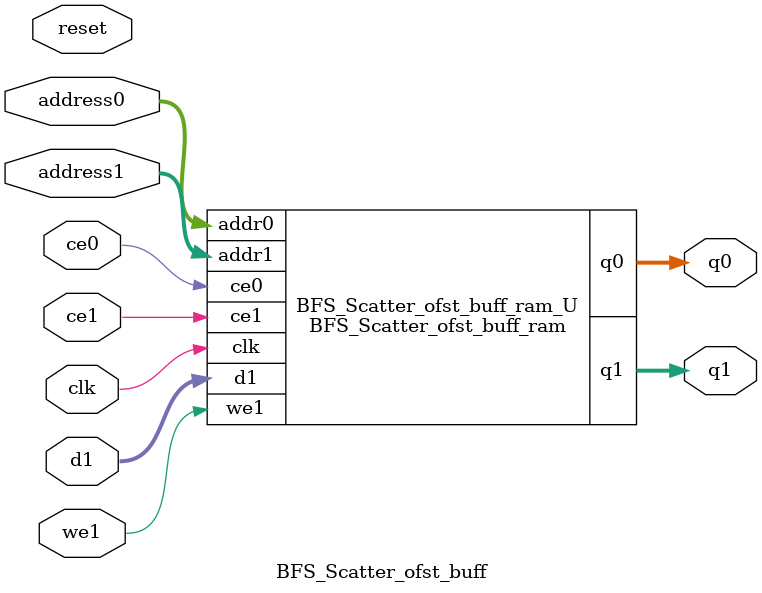
<source format=v>
`timescale 1 ns / 1 ps
module BFS_Scatter_ofst_buff_ram (addr0, ce0, q0, addr1, ce1, d1, we1, q1,  clk);

parameter DWIDTH = 64;
parameter AWIDTH = 19;
parameter MEM_SIZE = 393216;

input[AWIDTH-1:0] addr0;
input ce0;
output reg[DWIDTH-1:0] q0;
input[AWIDTH-1:0] addr1;
input ce1;
input[DWIDTH-1:0] d1;
input we1;
output reg[DWIDTH-1:0] q1;
input clk;

(* ram_style = "hls_ultra", cascade_height = 1 *)reg [DWIDTH-1:0] ram[0:MEM_SIZE-1];




always @(posedge clk)  
begin 
    if (ce0) begin
        q0 <= ram[addr0];
    end
end


always @(posedge clk)  
begin 
    if (ce1) begin
        if (we1) 
            ram[addr1] <= d1; 
        else 
            q1 <= ram[addr1];
    end
end


endmodule

`timescale 1 ns / 1 ps
module BFS_Scatter_ofst_buff(
    reset,
    clk,
    address0,
    ce0,
    q0,
    address1,
    ce1,
    we1,
    d1,
    q1);

parameter DataWidth = 32'd64;
parameter AddressRange = 32'd393216;
parameter AddressWidth = 32'd19;
input reset;
input clk;
input[AddressWidth - 1:0] address0;
input ce0;
output[DataWidth - 1:0] q0;
input[AddressWidth - 1:0] address1;
input ce1;
input we1;
input[DataWidth - 1:0] d1;
output[DataWidth - 1:0] q1;



BFS_Scatter_ofst_buff_ram BFS_Scatter_ofst_buff_ram_U(
    .clk( clk ),
    .addr0( address0 ),
    .ce0( ce0 ),
    .q0( q0 ),
    .addr1( address1 ),
    .ce1( ce1 ),
    .we1( we1 ),
    .d1( d1 ),
    .q1( q1 ));

endmodule


</source>
